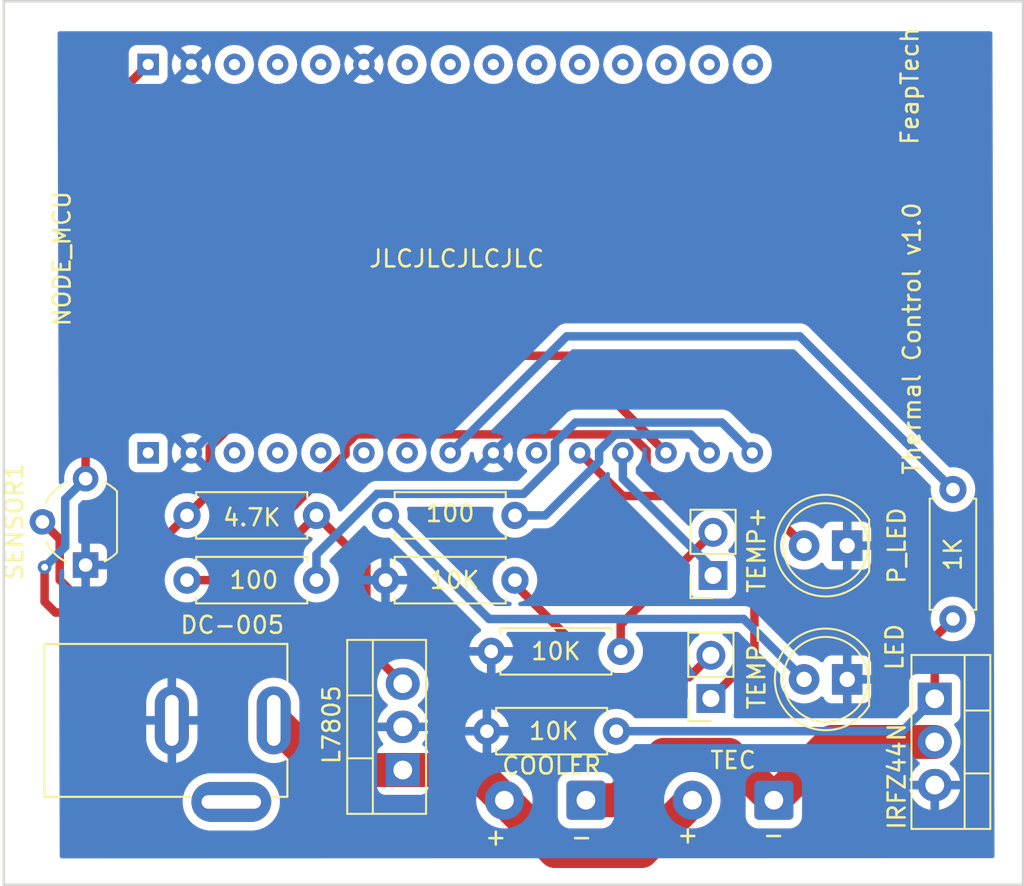
<source format=kicad_pcb>
(kicad_pcb (version 20211014) (generator pcbnew)
  (layers (0 "F.Cu" signal) (31 "B.Cu" signal) (34 "B.Paste" user) (35 "F.Paste" user) (36 "B.SilkS" user "B.Silkscreen") (37 "F.SilkS" user "F.Silkscreen") (38 "B.Mask" user) (39 "F.Mask" user) (44 "Edge.Cuts" user))
  (net 0 "")
  (net 21 "Net-(BTN1-Pad1)")
  (net 22 "Net-(BTN1-Pad2)")
  (net 23 "Net-(BTN2-Pad1)")
  (net 24 "Net-(BTN2-Pad2)")
  (net 25 "GND")
  (net 26 "Net-(R4-Pad2)")
  (net 27 "Net-(R5-Pad2)")
  (net 28 "Net-(U1-Pad29)")
  (net 29 "Net-(R5-Pad1)")
  (net 30 "Net-(R3-Pad1)")
  (net 31 "Net-(J4-Pad1)")
  (net 32 "Net-(Q1-Pad1)")
  (net 33 "Net-(R6-Pad2)")
  (net 34 "Net-(J3-Pad4)")
  (net 35 "Net-(R3-Pad2)")
  (footprint "LED_THT:LED_D5.0mm" (layer "F.Cu") (at 104.648 81.915 180)
    (fp_text reference "C_LED1" hide)
    (fp_text value "LED" (at -2.794 1.905 90) (layer "F.SilkS"))
    (fp_line (start -1.29 -1.545) (end -1.29 1.545) (layer "F.SilkS") (width 0.12))
    (fp_arc (start 4.26 -0.000462) (mid 2.072002 2.880433) (end -1.29 1.54483) (layer "F.SilkS") (width 0.12))
    (fp_arc (start -1.29 -1.54483) (mid 2.072002 -2.880433) (end 4.26 0.000462) (layer "F.SilkS") (width 0.12))
    (fp_circle (center 1.27 0) (end 3.77 0) (layer "F.SilkS") (width 0.12) (fill none))
    (pad "1" thru_hole rect (at 0 0 180) (size 1.8 1.8) (drill 0.9) (layers *.Cu *.Mask) (net 25 "GND"))
    (pad "2" thru_hole circle (at 2.54 0 180) (size 1.8 1.8) (drill 0.9) (layers *.Cu *.Mask) (net 26 "Net-(R4-Pad2)"))
  )
  (footprint "Connector_Wire:SolderWire-0.5sqmm_1x02_P4.8mm_D0.9mm_OD2.3mm" (layer "F.Cu") (at 89.268 89.027 180)
    (fp_text reference "J6" hide)
    (fp_text value "COOLER" (at 2.019 2.032) (layer "F.SilkS"))
    (pad "1" thru_hole roundrect (at 0 0 180) (size 2.3 2.3) (drill 1.1) (layers *.Cu *.Mask) (roundrect_rratio 0.108696) (net 31 "Net-(J4-Pad1)"))
    (pad "2" thru_hole circle (at 4.8 0 180) (size 2.3 2.3) (drill 1.1) (layers *.Cu *.Mask) (net 34 "Net-(J3-Pad4)"))
  )
  (footprint "Connector:node_mcu_socket" (layer "F.Cu") (at 63.5 57.15 90)
    (fp_text reference "U1" hide)
    (fp_text value "NODE_MCU" (at 0 -5.08 90 unlocked) (layer "F.SilkS"))
    (pad "1" thru_hole rect (at 11.43 0 90) (size 1.27 1.27) (drill 0.65) (layers *.Cu *.Mask) (net 35 "Net-(R3-Pad2)"))
    (pad "2" thru_hole circle (at 11.43 2.54 90) (size 1.27 1.27) (drill 0.65) (layers *.Cu *.Mask) (net 25 "GND"))
    (pad "3" thru_hole circle (at 11.43 5.08 90) (size 1.27 1.27) (drill 0.65) (layers *.Cu *.Mask))
    (pad "4" thru_hole circle (at 11.43 7.62 90) (size 1.27 1.27) (drill 0.65) (layers *.Cu *.Mask))
    (pad "5" thru_hole circle (at 11.43 10.16 90) (size 1.27 1.27) (drill 0.65) (layers *.Cu *.Mask))
    (pad "6" thru_hole circle (at 11.43 12.7 90) (size 1.27 1.27) (drill 0.65) (layers *.Cu *.Mask) (net 25 "GND"))
    (pad "7" thru_hole circle (at 11.43 15.24 90) (size 1.27 1.27) (drill 0.65) (layers *.Cu *.Mask))
    (pad "8" thru_hole circle (at 11.43 17.78 90) (size 1.27 1.27) (drill 0.65) (layers *.Cu *.Mask))
    (pad "9" thru_hole circle (at 11.43 20.32 90) (size 1.27 1.27) (drill 0.65) (layers *.Cu *.Mask))
    (pad "10" thru_hole circle (at 11.43 22.86 90) (size 1.27 1.27) (drill 0.65) (layers *.Cu *.Mask))
    (pad "11" thru_hole circle (at 11.43 25.4 90) (size 1.27 1.27) (drill 0.65) (layers *.Cu *.Mask))
    (pad "12" thru_hole circle (at 11.43 27.94 90) (size 1.27 1.27) (drill 0.65) (layers *.Cu *.Mask))
    (pad "13" thru_hole circle (at 11.43 30.48 90) (size 1.27 1.27) (drill 0.65) (layers *.Cu *.Mask))
    (pad "14" thru_hole circle (at 11.43 33.02 90) (size 1.27 1.27) (drill 0.65) (layers *.Cu *.Mask))
    (pad "15" thru_hole circle (at 11.43 35.56 90) (size 1.27 1.27) (drill 0.65) (layers *.Cu *.Mask))
    (pad "16" thru_hole rect (at -11.43 0 90) (size 1.27 1.27) (drill 0.65) (layers *.Cu *.Mask))
    (pad "17" thru_hole circle (at -11.43 2.54 90) (size 1.27 1.27) (drill 0.65) (layers *.Cu *.Mask) (net 25 "GND"))
    (pad "18" thru_hole circle (at -11.43 5.08 90) (size 1.27 1.27) (drill 0.65) (layers *.Cu *.Mask))
    (pad "19" thru_hole circle (at -11.43 7.62 90) (size 1.27 1.27) (drill 0.65) (layers *.Cu *.Mask))
    (pad "20" thru_hole circle (at -11.43 10.16 90) (size 1.27 1.27) (drill 0.65) (layers *.Cu *.Mask))
    (pad "21" thru_hole circle (at -11.43 12.7 90) (size 1.27 1.27) (drill 0.65) (layers *.Cu *.Mask))
    (pad "22" thru_hole circle (at -11.43 15.24 90) (size 1.27 1.27) (drill 0.65) (layers *.Cu *.Mask))
    (pad "23" thru_hole circle (at -11.43 17.78 90) (size 1.27 1.27) (drill 0.65) (layers *.Cu *.Mask) (net 33 "Net-(R6-Pad2)"))
    (pad "24" thru_hole circle (at -11.43 20.32 90) (size 1.27 1.27) (drill 0.65) (layers *.Cu *.Mask) (net 25 "GND"))
    (pad "25" thru_hole circle (at -11.43 22.86 90) (size 1.27 1.27) (drill 0.65) (layers *.Cu *.Mask))
    (pad "26" thru_hole circle (at -11.43 25.4 90) (size 1.27 1.27) (drill 0.65) (layers *.Cu *.Mask) (net 23 "Net-(BTN2-Pad1)"))
    (pad "27" thru_hole circle (at -11.43 27.94 90) (size 1.27 1.27) (drill 0.65) (layers *.Cu *.Mask) (net 21 "Net-(BTN1-Pad1)"))
    (pad "28" thru_hole circle (at -11.43 30.48 90) (size 1.27 1.27) (drill 0.65) (layers *.Cu *.Mask) (net 30 "Net-(R3-Pad1)"))
    (pad "29" thru_hole circle (at -11.43 33.02 90) (size 1.27 1.27) (drill 0.65) (layers *.Cu *.Mask) (net 28 "Net-(U1-Pad29)"))
    (pad "30" thru_hole circle (at -11.43 35.56 90) (size 1.27 1.27) (drill 0.65) (layers *.Cu *.Mask) (net 29 "Net-(R5-Pad1)"))
  )
  (footprint "Package_TO_SOT_THT:TO-92_Wide" (layer "F.Cu") (at 59.817 75.184 90)
    (fp_text reference "SENSOR1" (at 2.55 -4.19 90) (layer "F.SilkS"))
    (fp_text value "DS18B20")
    (fp_line (start 0.74 1.85) (end 4.34 1.85) (layer "F.SilkS") (width 0.12))
    (fp_arc (start 4.864184 1.122795) (mid 4.633903 1.509328) (end 4.34 1.85) (layer "F.SilkS") (width 0.12))
    (fp_arc (start 3.65 -2.35) (mid 4.382279 -1.833196) (end 4.895458 -1.098371) (layer "F.SilkS") (width 0.12))
    (fp_arc (start 0.74 1.85) (mid 0.446097 1.509328) (end 0.215816 1.122795) (layer "F.SilkS") (width 0.12))
    (fp_arc (start 0.172801 -1.103842) (mid 0.678995 -1.832692) (end 1.4 -2.35) (layer "F.SilkS") (width 0.12))
    (pad "1" thru_hole rect (at 0 0 90) (size 1.5 1.5) (drill 0.8) (layers *.Cu *.Mask) (net 25 "GND"))
    (pad "2" thru_hole circle (at 2.54 -2.54 90) (size 1.5 1.5) (drill 0.8) (layers *.Cu *.Mask) (net 30 "Net-(R3-Pad1)"))
    (pad "3" thru_hole circle (at 5.08 0 90) (size 1.5 1.5) (drill 0.8) (layers *.Cu *.Mask) (net 35 "Net-(R3-Pad2)"))
  )
  (footprint "Connector_PinSocket_2.54mm:PinSocket_1x02_P2.54mm_Vertical" (layer "F.Cu") (at 96.622 83.038 180)
    (fp_text reference "BTN2" hide)
    (fp_text value "TEMP-" (at -2.692 1.885 90) (layer "F.SilkS"))
    (fp_line (start 1.33 -1.33) (end 1.33 0) (layer "F.SilkS") (width 0.12))
    (fp_line (start -1.33 3.87) (end 1.33 3.87) (layer "F.SilkS") (width 0.12))
    (fp_line (start 0 -1.33) (end 1.33 -1.33) (layer "F.SilkS") (width 0.12))
    (fp_line (start -1.33 1.27) (end -1.33 3.87) (layer "F.SilkS") (width 0.12))
    (fp_line (start 1.33 1.27) (end 1.33 3.87) (layer "F.SilkS") (width 0.12))
    (fp_line (start -1.33 1.27) (end 1.33 1.27) (layer "F.SilkS") (width 0.12))
    (pad "1" thru_hole rect (at 0 0 180) (size 1.7 1.7) (drill 1) (layers *.Cu *.Mask) (net 23 "Net-(BTN2-Pad1)"))
    (pad "2" thru_hole oval (at 0 2.54 180) (size 1.7 1.7) (drill 1) (layers *.Cu *.Mask) (net 24 "Net-(BTN2-Pad2)"))
  )
  (footprint "Resistor_THT:R_Axial_DIN0207_L6.3mm_D2.5mm_P7.62mm_Horizontal" (layer "F.Cu") (at 73.406 76.073 180)
    (fp_text reference "R5" hide)
    (fp_text value "100" (at 3.683 0) (layer "F.SilkS"))
    (fp_line (start 0.54 -1.04) (end 0.54 -1.37) (layer "F.SilkS") (width 0.12))
    (fp_line (start 7.08 -1.37) (end 7.08 -1.04) (layer "F.SilkS") (width 0.12))
    (fp_line (start 0.54 1.04) (end 0.54 1.37) (layer "F.SilkS") (width 0.12))
    (fp_line (start 0.54 -1.37) (end 7.08 -1.37) (layer "F.SilkS") (width 0.12))
    (fp_line (start 0.54 1.37) (end 7.08 1.37) (layer "F.SilkS") (width 0.12))
    (fp_line (start 7.08 1.37) (end 7.08 1.04) (layer "F.SilkS") (width 0.12))
    (pad "1" thru_hole circle (at 0 0 180) (size 1.6 1.6) (drill 0.8) (layers *.Cu *.Mask) (net 29 "Net-(R5-Pad1)"))
    (pad "2" thru_hole oval (at 7.62 0 180) (size 1.6 1.6) (drill 0.8) (layers *.Cu *.Mask) (net 27 "Net-(R5-Pad2)"))
  )
  (footprint "Resistor_THT:R_Axial_DIN0207_L6.3mm_D2.5mm_P7.62mm_Horizontal" (layer "F.Cu") (at 110.871 78.359 90)
    (fp_text reference "R6" hide)
    (fp_text value "1K" (at 3.81 0 90) (layer "F.SilkS"))
    (fp_line (start 7.08 1.37) (end 7.08 1.04) (layer "F.SilkS") (width 0.12))
    (fp_line (start 0.54 -1.37) (end 7.08 -1.37) (layer "F.SilkS") (width 0.12))
    (fp_line (start 0.54 1.37) (end 7.08 1.37) (layer "F.SilkS") (width 0.12))
    (fp_line (start 7.08 -1.37) (end 7.08 -1.04) (layer "F.SilkS") (width 0.12))
    (fp_line (start 0.54 -1.04) (end 0.54 -1.37) (layer "F.SilkS") (width 0.12))
    (fp_line (start 0.54 1.04) (end 0.54 1.37) (layer "F.SilkS") (width 0.12))
    (pad "1" thru_hole circle (at 0 0 90) (size 1.6 1.6) (drill 0.8) (layers *.Cu *.Mask) (net 32 "Net-(Q1-Pad1)"))
    (pad "2" thru_hole oval (at 7.62 0 90) (size 1.6 1.6) (drill 0.8) (layers *.Cu *.Mask) (net 33 "Net-(R6-Pad2)"))
  )
  (footprint "Resistor_THT:R_Axial_DIN0207_L6.3mm_D2.5mm_P7.62mm_Horizontal" (layer "F.Cu") (at 91.059 84.963 180)
    (fp_text reference "R7" hide)
    (fp_text value "10K" (at 3.683 0) (layer "F.SilkS"))
    (fp_line (start 0.54 -1.04) (end 0.54 -1.37) (layer "F.SilkS") (width 0.12))
    (fp_line (start 7.08 1.37) (end 7.08 1.04) (layer "F.SilkS") (width 0.12))
    (fp_line (start 0.54 1.37) (end 7.08 1.37) (layer "F.SilkS") (width 0.12))
    (fp_line (start 7.08 -1.37) (end 7.08 -1.04) (layer "F.SilkS") (width 0.12))
    (fp_line (start 0.54 1.04) (end 0.54 1.37) (layer "F.SilkS") (width 0.12))
    (fp_line (start 0.54 -1.37) (end 7.08 -1.37) (layer "F.SilkS") (width 0.12))
    (pad "1" thru_hole circle (at 0 0 180) (size 1.6 1.6) (drill 0.8) (layers *.Cu *.Mask) (net 32 "Net-(Q1-Pad1)"))
    (pad "2" thru_hole oval (at 7.62 0 180) (size 1.6 1.6) (drill 0.8) (layers *.Cu *.Mask) (net 25 "GND"))
  )
  (footprint "Package_TO_SOT_THT:TO-220-3_Vertical" (layer "F.Cu") (at 78.486 87.249 90)
    (fp_text reference "Vreg1" hide)
    (fp_text value "L7805" (at 2.667 -4.191 90) (layer "F.SilkS"))
    (fp_line (start 7.66 -3.27) (end 7.66 1.371) (layer "F.SilkS") (width 0.12))
    (fp_line (start 0.69 -3.27) (end 0.69 -1.76) (layer "F.SilkS") (width 0.12))
    (fp_line (start -2.58 -3.27) (end -2.58 1.371) (layer "F.SilkS") (width 0.12))
    (fp_line (start -2.58 -1.76) (end 7.66 -1.76) (layer "F.SilkS") (width 0.12))
    (fp_line (start 4.391 -3.27) (end 4.391 -1.76) (layer "F.SilkS") (width 0.12))
    (fp_line (start -2.58 -3.27) (end 7.66 -3.27) (layer "F.SilkS") (width 0.12))
    (fp_line (start -2.58 1.371) (end 7.66 1.371) (layer "F.SilkS") (width 0.12))
    (pad "1" thru_hole rect (at 0 0 90) (size 1.905 2) (drill 1.1) (layers *.Cu *.Mask) (net 34 "Net-(J3-Pad4)"))
    (pad "2" thru_hole oval (at 2.54 0 90) (size 1.905 2) (drill 1.1) (layers *.Cu *.Mask) (net 25 "GND"))
    (pad "3" thru_hole oval (at 5.08 0 90) (size 1.905 2) (drill 1.1) (layers *.Cu *.Mask) (net 35 "Net-(R3-Pad2)"))
  )
  (footprint "Resistor_THT:R_Axial_DIN0207_L6.3mm_D2.5mm_P7.62mm_Horizontal" (layer "F.Cu") (at 85.09 72.263 180)
    (fp_text reference "R4" hide)
    (fp_text value "100" (at 3.81 0.127) (layer "F.SilkS"))
    (fp_line (start 7.08 -1.37) (end 7.08 -1.04) (layer "F.SilkS") (width 0.12))
    (fp_line (start 0.54 1.04) (end 0.54 1.37) (layer "F.SilkS") (width 0.12))
    (fp_line (start 0.54 -1.37) (end 7.08 -1.37) (layer "F.SilkS") (width 0.12))
    (fp_line (start 0.54 -1.04) (end 0.54 -1.37) (layer "F.SilkS") (width 0.12))
    (fp_line (start 7.08 1.37) (end 7.08 1.04) (layer "F.SilkS") (width 0.12))
    (fp_line (start 0.54 1.37) (end 7.08 1.37) (layer "F.SilkS") (width 0.12))
    (pad "1" thru_hole circle (at 0 0 180) (size 1.6 1.6) (drill 0.8) (layers *.Cu *.Mask) (net 28 "Net-(U1-Pad29)"))
    (pad "2" thru_hole oval (at 7.62 0 180) (size 1.6 1.6) (drill 0.8) (layers *.Cu *.Mask) (net 26 "Net-(R4-Pad2)"))
  )
  (footprint "Resistor_THT:R_Axial_DIN0207_L6.3mm_D2.5mm_P7.62mm_Horizontal" (layer "F.Cu") (at 85.09 76.073 180)
    (fp_text reference "R2" hide)
    (fp_text value "10K" (at 3.556 0) (layer "F.SilkS"))
    (fp_line (start 7.08 -1.37) (end 7.08 -1.04) (layer "F.SilkS") (width 0.12))
    (fp_line (start 0.54 -1.37) (end 7.08 -1.37) (layer "F.SilkS") (width 0.12))
    (fp_line (start 0.54 1.37) (end 7.08 1.37) (layer "F.SilkS") (width 0.12))
    (fp_line (start 0.54 -1.04) (end 0.54 -1.37) (layer "F.SilkS") (width 0.12))
    (fp_line (start 0.54 1.04) (end 0.54 1.37) (layer "F.SilkS") (width 0.12))
    (fp_line (start 7.08 1.37) (end 7.08 1.04) (layer "F.SilkS") (width 0.12))
    (pad "1" thru_hole circle (at 0 0 180) (size 1.6 1.6) (drill 0.8) (layers *.Cu *.Mask) (net 24 "Net-(BTN2-Pad2)"))
    (pad "2" thru_hole oval (at 7.62 0 180) (size 1.6 1.6) (drill 0.8) (layers *.Cu *.Mask) (net 25 "GND"))
  )
  (footprint "Connector_PinSocket_2.54mm:PinSocket_1x02_P2.54mm_Vertical" (layer "F.Cu") (at 96.749 75.799 180)
    (fp_text reference "BTN1" hide)
    (fp_text value "TEMP+" (at -2.565 1.504 90) (layer "F.SilkS"))
    (fp_line (start 1.33 -1.33) (end 1.33 0) (layer "F.SilkS") (width 0.12))
    (fp_line (start -1.33 1.27) (end -1.33 3.87) (layer "F.SilkS") (width 0.12))
    (fp_line (start -1.33 3.87) (end 1.33 3.87) (layer "F.SilkS") (width 0.12))
    (fp_line (start -1.33 1.27) (end 1.33 1.27) (layer "F.SilkS") (width 0.12))
    (fp_line (start 1.33 1.27) (end 1.33 3.87) (layer "F.SilkS") (width 0.12))
    (fp_line (start 0 -1.33) (end 1.33 -1.33) (layer "F.SilkS") (width 0.12))
    (pad "1" thru_hole rect (at 0 0 180) (size 1.7 1.7) (drill 1) (layers *.Cu *.Mask) (net 21 "Net-(BTN1-Pad1)"))
    (pad "2" thru_hole oval (at 0 2.54 180) (size 1.7 1.7) (drill 1) (layers *.Cu *.Mask) (net 22 "Net-(BTN1-Pad2)"))
  )
  (footprint "Connector_Wire:SolderWire-0.5sqmm_1x02_P4.8mm_D0.9mm_OD2.3mm" (layer "F.Cu") (at 100.33 89.027 180)
    (fp_text reference "J4" hide)
    (fp_text value "TEC" (at 2.4 2.35) (layer "F.SilkS"))
    (pad "1" thru_hole roundrect (at 0 0 180) (size 2.3 2.3) (drill 1.1) (layers *.Cu *.Mask) (roundrect_rratio 0.108696) (net 31 "Net-(J4-Pad1)"))
    (pad "2" thru_hole circle (at 4.8 0 180) (size 2.3 2.3) (drill 1.1) (layers *.Cu *.Mask) (net 34 "Net-(J3-Pad4)"))
  )
  (footprint "Package_TO_SOT_THT:TO-220-3_Vertical" (layer "F.Cu") (at 109.799 83.058 -90)
    (fp_text reference "Q1" hide)
    (fp_text value "IRFZ44N" (at 4.572 2.23 90) (layer "F.SilkS"))
    (fp_line (start -2.58 -1.76) (end 7.66 -1.76) (layer "F.SilkS") (width 0.12))
    (fp_line (start -2.58 -3.27) (end 7.66 -3.27) (layer "F.SilkS") (width 0.12))
    (fp_line (start 7.66 -3.27) (end 7.66 1.371) (layer "F.SilkS") (width 0.12))
    (fp_line (start 0.69 -3.27) (end 0.69 -1.76) (layer "F.SilkS") (width 0.12))
    (fp_line (start -2.58 1.371) (end 7.66 1.371) (layer "F.SilkS") (width 0.12))
    (fp_line (start -2.58 -3.27) (end -2.58 1.371) (layer "F.SilkS") (width 0.12))
    (fp_line (start 4.391 -3.27) (end 4.391 -1.76) (layer "F.SilkS") (width 0.12))
    (pad "1" thru_hole rect (at 0 0 270) (size 1.905 2) (drill 1.1) (layers *.Cu *.Mask) (net 32 "Net-(Q1-Pad1)"))
    (pad "2" thru_hole oval (at 2.54 0 270) (size 1.905 2) (drill 1.1) (layers *.Cu *.Mask) (net 31 "Net-(J4-Pad1)"))
    (pad "3" thru_hole oval (at 5.08 0 270) (size 1.905 2) (drill 1.1) (layers *.Cu *.Mask) (net 25 "GND"))
  )
  (footprint "Resistor_THT:R_Axial_DIN0207_L6.3mm_D2.5mm_P7.62mm_Horizontal" (layer "F.Cu") (at 65.786 72.263)
    (fp_text reference "R3" hide)
    (fp_text value "4.7K" (at 3.81 0.127) (layer "F.SilkS"))
    (fp_line (start 7.08 -1.37) (end 7.08 -1.04) (layer "F.SilkS") (width 0.12))
    (fp_line (start 7.08 1.37) (end 7.08 1.04) (layer "F.SilkS") (width 0.12))
    (fp_line (start 0.54 -1.04) (end 0.54 -1.37) (layer "F.SilkS") (width 0.12))
    (fp_line (start 0.54 -1.37) (end 7.08 -1.37) (layer "F.SilkS") (width 0.12))
    (fp_line (start 0.54 1.04) (end 0.54 1.37) (layer "F.SilkS") (width 0.12))
    (fp_line (start 0.54 1.37) (end 7.08 1.37) (layer "F.SilkS") (width 0.12))
    (pad "1" thru_hole circle (at 0 0) (size 1.6 1.6) (drill 0.8) (layers *.Cu *.Mask) (net 30 "Net-(R3-Pad1)"))
    (pad "2" thru_hole oval (at 7.62 0) (size 1.6 1.6) (drill 0.8) (layers *.Cu *.Mask) (net 35 "Net-(R3-Pad2)"))
  )
  (footprint "Connector:DC-005" (layer "F.Cu") (at 68.393 84.328)
    (fp_text reference "J3" hide)
    (fp_text value "DC-005" (at 0.06 -5.61) (layer "F.SilkS"))
    (fp_line (start 3.3 2.3) (end 3.3 4.5) (layer "F.SilkS") (width 0.127))
    (fp_line (start 3.3 -4.5) (end 3.3 -2.3) (layer "F.SilkS") (width 0.127))
    (fp_line (start -2.4 4.5) (end -11 4.5) (layer "F.SilkS") (width 0.127))
    (fp_line (start -11 -4.5) (end 3.3 -4.5) (layer "F.SilkS") (width 0.127))
    (fp_line (start -11 4.5) (end -11 -4.5) (layer "F.SilkS") (width 0.127))
    (fp_line (start 3.3 4.5) (end 2.4 4.5) (layer "F.SilkS") (width 0.127))
    (pad "2" thru_hole oval (at 0 4.8) (size 4.7 2.35) (drill oval 3.5 0.8) (layers *.Cu *.Mask))
    (pad "3" thru_hole oval (at -3.5 0) (size 2 4) (drill oval 0.8 3) (layers *.Cu *.Mask) (net 25 "GND"))
    (pad "4" thru_hole oval (at 2.5 0) (size 2 4) (drill oval 0.8 3) (layers *.Cu *.Mask) (net 34 "Net-(J3-Pad4)"))
  )
  (footprint "LED_THT:LED_D5.0mm" (layer "F.Cu") (at 104.648 74.041 180)
    (fp_text reference "P_LED1" hide)
    (fp_text value "LED" hide)
    (fp_line (start -1.29 -1.545) (end -1.29 1.545) (layer "F.SilkS") (width 0.12))
    (fp_arc (start 4.26 -0.000462) (mid 2.072002 2.880433) (end -1.29 1.54483) (layer "F.SilkS") (width 0.12))
    (fp_arc (start -1.29 -1.54483) (mid 2.072002 -2.880433) (end 4.26 0.000462) (layer "F.SilkS") (width 0.12))
    (fp_circle (center 1.27 0) (end 3.77 0) (layer "F.SilkS") (width 0.12) (fill none))
    (pad "1" thru_hole rect (at 0 0 180) (size 1.8 1.8) (drill 0.9) (layers *.Cu *.Mask) (net 25 "GND"))
    (pad "2" thru_hole circle (at 2.54 0 180) (size 1.8 1.8) (drill 0.9) (layers *.Cu *.Mask) (net 27 "Net-(R5-Pad2)"))
  )
  (footprint "Resistor_THT:R_Axial_DIN0207_L6.3mm_D2.5mm_P7.62mm_Horizontal" (layer "F.Cu") (at 91.313 80.264 180)
    (fp_text reference "R1" hide)
    (fp_text value "10K" (at 3.81 0) (layer "F.SilkS"))
    (fp_line (start 0.54 -1.37) (end 7.08 -1.37) (layer "F.SilkS") (width 0.12))
    (fp_line (start 0.54 -1.04) (end 0.54 -1.37) (layer "F.SilkS") (width 0.12))
    (fp_line (start 0.54 1.37) (end 7.08 1.37) (layer "F.SilkS") (width 0.12))
    (fp_line (start 7.08 1.37) (end 7.08 1.04) (layer "F.SilkS") (width 0.12))
    (fp_line (start 7.08 -1.37) (end 7.08 -1.04) (layer "F.SilkS") (width 0.12))
    (fp_line (start 0.54 1.04) (end 0.54 1.37) (layer "F.SilkS") (width 0.12))
    (pad "1" thru_hole circle (at 0 0 180) (size 1.6 1.6) (drill 0.8) (layers *.Cu *.Mask) (net 22 "Net-(BTN1-Pad2)"))
    (pad "2" thru_hole oval (at 7.62 0 180) (size 1.6 1.6) (drill 0.8) (layers *.Cu *.Mask) (net 25 "GND"))
  )
  (gr_rect (start 55 42) (end 115 94) (layer "Edge.Cuts") (width 0.15) (fill none))
  (gr_text "+     -" (at 86.487 91.186) (layer "F.SilkS") (effects (font (size 1 1))))
  (gr_text "FeapTech" (at 108.331 46.99 90) (layer "F.SilkS") (effects (font (size 1 1))))
  (gr_text "Thermal Control v1.0" (at 108.458 61.849 90) (layer "F.SilkS") (effects (font (size 1 1))))
  (gr_text "P_LED" (at 107.569 74.041 90) (layer "F.SilkS") (effects (font (size 1 1))))
  (gr_text "JLCJLCJLCJLC" (at 81.661 57.15) (layer "F.SilkS") (effects (font (size 1 1))))
  (gr_text "+     -" (at 97.79 91.059) (layer "F.SilkS") (effects (font (size 1 1))))
  (segment (start 96.749 75.413) (end 91.44 70.104) (width 0.5) (layer "B.Cu") (net 21))
  (segment (start 96.749 75.799) (end 96.749 75.413) (width 0.5) (layer "B.Cu") (net 21))
  (segment (start 91.44 70.104) (end 91.44 68.58) (width 0.5) (layer "B.Cu") (net 21))
  (segment (start 91.313 78.695) (end 96.749 73.259) (width 0.5) (layer "F.Cu") (net 22))
  (segment (start 91.313 80.264) (end 91.313 78.695) (width 0.5) (layer "F.Cu") (net 22))
  (segment (start 99.187 80.473) (end 99.187 72.771) (width 0.5) (layer "F.Cu") (net 23))
  (segment (start 99.187 72.771) (end 97.536 71.12) (width 0.5) (layer "F.Cu") (net 23))
  (segment (start 91.44 71.12) (end 88.9 68.58) (width 0.5) (layer "F.Cu") (net 23))
  (segment (start 96.622 83.038) (end 99.187 80.473) (width 0.5) (layer "F.Cu") (net 23))
  (segment (start 97.536 71.12) (end 91.44 71.12) (width 0.5) (layer "F.Cu") (net 23))
  (segment (start 90.551 81.788) (end 95.332 81.788) (width 0.5) (layer "F.Cu") (net 24))
  (segment (start 95.332 81.788) (end 96.622 80.498) (width 0.5) (layer "F.Cu") (net 24))
  (segment (start 85.09 76.327) (end 90.551 81.788) (width 0.5) (layer "F.Cu") (net 24))
  (segment (start 85.09 76.073) (end 85.09 76.327) (width 0.25) (layer "F.Cu") (net 24))
  (segment (start 104.648 74.041) (end 104.521 74.041) (width 0.25) (layer "F.Cu") (net 25))
  (segment (start 59.817 75.184) (end 59.817 74.803) (width 0.5) (layer "F.Cu") (net 25))
  (segment (start 77.47 72.263) (end 83.566 78.359) (width 0.5) (layer "B.Cu") (net 26))
  (segment (start 98.552 78.359) (end 102.108 81.915) (width 0.5) (layer "B.Cu") (net 26))
  (segment (start 83.566 78.359) (end 98.552 78.359) (width 0.5) (layer "B.Cu") (net 26))
  (segment (start 92.837 69.469) (end 93.78848 70.42048) (width 0.5) (layer "F.Cu") (net 27))
  (segment (start 98.48748 70.42048) (end 102.108 74.041) (width 0.5) (layer "F.Cu") (net 27))
  (segment (start 75.75078 67.495489) (end 91.88922 67.495489) (width 0.5) (layer "F.Cu") (net 27))
  (segment (start 67.700731 76.073) (end 75.115489 68.658242) (width 0.5) (layer "F.Cu") (net 27))
  (segment (start 75.115489 68.658242) (end 75.115489 68.13078) (width 0.5) (layer "F.Cu") (net 27))
  (segment (start 65.786 76.073) (end 67.700731 76.073) (width 0.5) (layer "F.Cu") (net 27))
  (segment (start 93.78848 70.42048) (end 98.48748 70.42048) (width 0.5) (layer "F.Cu") (net 27))
  (segment (start 92.837 68.443269) (end 92.837 69.469) (width 0.5) (layer "F.Cu") (net 27))
  (segment (start 91.88922 67.495489) (end 92.837 68.443269) (width 0.5) (layer "F.Cu") (net 27))
  (segment (start 75.115489 68.13078) (end 75.75078 67.495489) (width 0.5) (layer "F.Cu") (net 27))
  (segment (start 90.043 69.088) (end 86.868 72.263) (width 0.5) (layer "B.Cu") (net 28))
  (segment (start 90.99078 67.495489) (end 90.043 68.443269) (width 0.5) (layer "B.Cu") (net 28))
  (segment (start 96.52 68.58) (end 95.435489 67.495489) (width 0.5) (layer "B.Cu") (net 28))
  (segment (start 86.868 72.263) (end 85.09 72.263) (width 0.5) (layer "B.Cu") (net 28))
  (segment (start 95.435489 67.495489) (end 90.99078 67.495489) (width 0.5) (layer "B.Cu") (net 28))
  (segment (start 90.043 68.443269) (end 90.043 69.088) (width 0.5) (layer "B.Cu") (net 28))
  (segment (start 85.598 70.993) (end 76.972924 70.993) (width 0.5) (layer "B.Cu") (net 29))
  (segment (start 99.06 68.58) (end 97.275969 66.795969) (width 0.5) (layer "B.Cu") (net 29))
  (segment (start 87.444511 69.146489) (end 85.598 70.993) (width 0.5) (layer "B.Cu") (net 29))
  (segment (start 73.406 74.559924) (end 73.406 76.073) (width 0.5) (layer "B.Cu") (net 29))
  (segment (start 87.444511 68.003489) (end 87.444511 69.146489) (width 0.5) (layer "B.Cu") (net 29))
  (segment (start 97.275969 66.795969) (end 88.652031 66.795969) (width 0.5) (layer "B.Cu") (net 29))
  (segment (start 88.652031 66.795969) (end 87.444511 68.003489) (width 0.5) (layer "B.Cu") (net 29))
  (segment (start 76.972924 70.993) (end 73.406 74.559924) (width 0.5) (layer "B.Cu") (net 29))
  (segment (start 67.124511 68.257489) (end 67.124511 70.924489) (width 0.5) (layer "F.Cu") (net 30))
  (segment (start 67.124511 70.924489) (end 65.786 72.263) (width 0.5) (layer "F.Cu") (net 30))
  (segment (start 58.941978 76.708) (end 58.293 76.059022) (width 0.5) (layer "F.Cu") (net 30))
  (segment (start 72.517 62.865) (end 67.124511 68.257489) (width 0.5) (layer "F.Cu") (net 30))
  (segment (start 93.98 68.58) (end 88.265 62.865) (width 0.5) (layer "F.Cu") (net 30))
  (segment (start 58.293 76.059022) (end 58.293 73.66) (width 0.5) (layer "F.Cu") (net 30))
  (segment (start 61.341 76.708) (end 58.941978 76.708) (width 0.5) (layer "F.Cu") (net 30))
  (segment (start 88.265 62.865) (end 72.517 62.865) (width 0.5) (layer "F.Cu") (net 30))
  (segment (start 57.658 72.263) (end 57.277 72.644) (width 0.5) (layer "F.Cu") (net 30))
  (segment (start 65.786 72.263) (end 61.341 76.708) (width 0.5) (layer "F.Cu") (net 30))
  (segment (start 58.293 73.66) (end 57.277 72.644) (width 0.5) (layer "F.Cu") (net 30))
  (segment (start 93.853 86.36) (end 97.663 86.36) (width 2) (layer "F.Cu") (net 31))
  (segment (start 91.186 89.027) (end 93.853 86.36) (width 2) (layer "F.Cu") (net 31))
  (segment (start 100.33 89.027) (end 103.759 85.598) (width 2) (layer "F.Cu") (net 31))
  (segment (start 103.759 85.598) (end 109.799 85.598) (width 2) (layer "F.Cu") (net 31))
  (segment (start 97.663 86.36) (end 100.33 89.027) (width 2) (layer "F.Cu") (net 31))
  (segment (start 89.268 89.027) (end 91.186 89.027) (width 2) (layer "F.Cu") (net 31))
  (segment (start 109.799 83.058) (end 109.799 79.431) (width 0.5) (layer "F.Cu") (net 32))
  (segment (start 109.799 79.431) (end 110.871 78.359) (width 0.5) (layer "F.Cu") (net 32))
  (segment (start 107.894 84.963) (end 91.059 84.963) (width 0.5) (layer "B.Cu") (net 32))
  (segment (start 109.799 83.058) (end 107.894 84.963) (width 0.5) (layer "B.Cu") (net 32))
  (segment (start 101.854 61.722) (end 88.138 61.722) (width 0.5) (layer "B.Cu") (net 33))
  (segment (start 110.871 70.739) (end 101.854 61.722) (width 0.5) (layer "B.Cu") (net 33))
  (segment (start 88.138 61.722) (end 81.28 68.58) (width 0.5) (layer "B.Cu") (net 33))
  (segment (start 82.69 87.249) (end 84.468 89.027) (width 2) (layer "F.Cu") (net 34))
  (segment (start 78.486 87.249) (end 82.69 87.249) (width 2) (layer "F.Cu") (net 34))
  (segment (start 84.468 89.027) (end 87.45698 92.01598) (width 2) (layer "F.Cu") (net 34))
  (segment (start 92.54102 92.01598) (end 95.53 89.027) (width 2) (layer "F.Cu") (net 34))
  (segment (start 78.486 87.249) (end 73.814 87.249) (width 2) (layer "F.Cu") (net 34))
  (segment (start 87.45698 92.01598) (end 92.54102 92.01598) (width 2) (layer "F.Cu") (net 34))
  (segment (start 70.893 83.969) (end 70.761 83.969) (width 0.25) (layer "F.Cu") (net 34))
  (segment (start 73.814 87.249) (end 70.893 84.328) (width 2) (layer "F.Cu") (net 34))
  (segment (start 70.893 83.969) (end 70.893 83.974) (width 2) (layer "B.Cu") (net 34))
  (segment (start 78.486 82.169) (end 76.345489 80.028489) (width 0.5) (layer "F.Cu") (net 35))
  (segment (start 57.404 77.343) (end 58.039 77.978) (width 0.5) (layer "F.Cu") (net 35))
  (segment (start 67.691 77.978) (end 58.039 77.978) (width 0.5) (layer "F.Cu") (net 35))
  (segment (start 57.404 75.311) (end 57.404 77.343) (width 0.5) (layer "F.Cu") (net 35))
  (segment (start 76.345489 75.202489) (end 73.406 72.263) (width 0.5) (layer "F.Cu") (net 35))
  (segment (start 59.817 49.403) (end 63.5 45.72) (width 0.5) (layer "F.Cu") (net 35))
  (segment (start 73.406 72.263) (end 67.691 77.978) (width 0.5) (layer "F.Cu") (net 35))
  (segment (start 76.345489 80.028489) (end 76.345489 75.202489) (width 0.5) (layer "F.Cu") (net 35))
  (segment (start 59.817 70.104) (end 59.817 49.403) (width 0.5) (layer "F.Cu") (net 35))
  (via (at 57.404 75.311) (size 0.8) (drill 0.4) (layers "F.Cu" "B.Cu") (net 35))
  (segment (start 59.817 70.104) (end 58.617489 71.303511) (width 0.5) (layer "B.Cu") (net 35))
  (segment (start 58.617489 74.097511) (end 57.404 75.311) (width 0.5) (layer "B.Cu") (net 35))
  (segment (start 58.617489 71.303511) (end 58.617489 74.097511) (width 0.5) (layer "B.Cu") (net 35))
  (zone (net 25) (net_name "GND") (layer "B.Cu") (connect_pads (clearance 0.508)) (min_thickness 0.254) (fill yes (thermal_gap 0.508) (thermal_bridge_width 0.508))
    (polygon (pts (xy 113.319223 92.436973) (xy 58.293456 92.453454) (xy 58.166 43.688) (xy 113.191767 43.671519)))
  )
)
</source>
